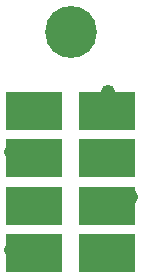
<source format=gbs>
%FSLAX25Y25*%
%MOIN*%
G70*
G01*
G75*
G04 Layer_Color=48896*
%ADD10R,0.05000X0.08000*%
%ADD11R,0.05906X0.05906*%
%ADD12C,0.02500*%
%ADD13C,0.04000*%
%ADD14C,0.16500*%
%ADD15C,0.04000*%
%ADD16R,0.17716X0.12205*%
%ADD17C,0.01000*%
%ADD18R,0.04000X0.07000*%
%ADD19R,0.04906X0.04906*%
%ADD20R,0.16716X0.11205*%
%ADD21R,0.05800X0.08800*%
%ADD22R,0.06706X0.06706*%
%ADD23C,0.17300*%
%ADD24C,0.04800*%
%ADD25R,0.18517X0.13005*%
D23*
X525000Y687500D02*
D03*
D24*
X545000Y632500D02*
D03*
X537500Y667500D02*
D03*
X505000Y647500D02*
D03*
Y615000D02*
D03*
D25*
X537306Y661144D02*
D03*
Y645396D02*
D03*
Y629648D02*
D03*
X512700Y661144D02*
D03*
Y645396D02*
D03*
Y629648D02*
D03*
X537306Y613900D02*
D03*
X512700D02*
D03*
M02*

</source>
